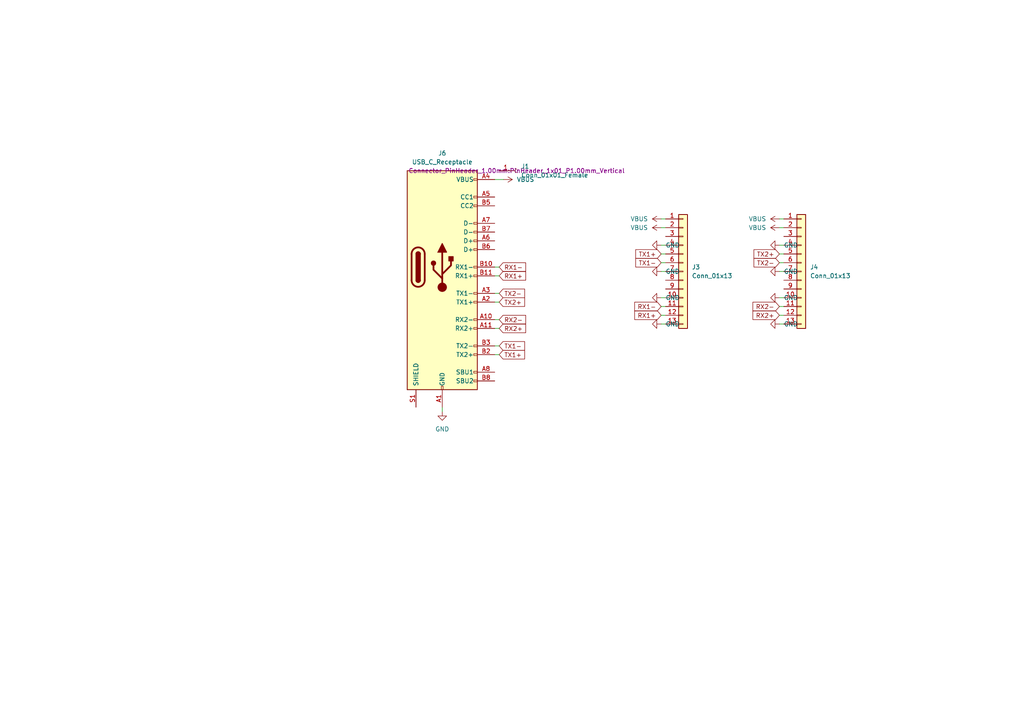
<source format=kicad_sch>
(kicad_sch (version 20211123) (generator eeschema)
  (paper "A4")
  (lib_symbols
    (symbol "Connector:Conn_01x01_Female" (pin_names (offset 1.016) hide)
      (property "Reference" "J" (at 0 2.54 0))
      (property "Value" "Conn_01x01_Female" (at 0 -2.54 0))
      (symbol "Conn_01x01_Female_1_1"
        (polyline (pts (xy -1.27 0) (xy -0.508 0)) (stroke (width 0.1524)))
        (arc (start 0 0.508) (mid -0.508 0) (end 0 -0.508) (stroke (width 0.1524)))
        (pin passive line (at -5.08 0 0) (length 3.81) (name "Pin_1") (number "1"))
      )
    )
    (symbol "Connector_Generic:Conn_01x13" (pin_names (offset 1.016) hide)
      (property "Reference" "J" (at 0 17.78 0))
      (property "Value" "Conn_01x13" (at 0 -17.78 0))
      (symbol "Conn_01x13_1_1"
        (rectangle (start -1.27 -15.113) (end 0 -15.367) (stroke (width 0.1524)))
        (rectangle (start -1.27 -12.573) (end 0 -12.827) (stroke (width 0.1524)))
        (rectangle (start -1.27 -10.033) (end 0 -10.287) (stroke (width 0.1524)))
        (rectangle (start -1.27 -7.493) (end 0 -7.747) (stroke (width 0.1524)))
        (rectangle (start -1.27 -4.953) (end 0 -5.207) (stroke (width 0.1524)))
        (rectangle (start -1.27 -2.413) (end 0 -2.667) (stroke (width 0.1524)))
        (rectangle (start -1.27 0.127) (end 0 -0.127) (stroke (width 0.1524)))
        (rectangle (start -1.27 2.667) (end 0 2.413) (stroke (width 0.1524)))
        (rectangle (start -1.27 5.207) (end 0 4.953) (stroke (width 0.1524)))
        (rectangle (start -1.27 7.747) (end 0 7.493) (stroke (width 0.1524)))
        (rectangle (start -1.27 10.287) (end 0 10.033) (stroke (width 0.1524)))
        (rectangle (start -1.27 12.827) (end 0 12.573) (stroke (width 0.1524)))
        (rectangle (start -1.27 15.367) (end 0 15.113) (stroke (width 0.1524)))
        (rectangle (start -1.27 16.51) (end 1.27 -16.51) (stroke (width 0.254)) (fill (type background)))
        (pin passive line (at -5.08 15.24 0) (length 3.81) (name "Pin_1") (number "1"))
        (pin passive line (at -5.08 -7.62 0) (length 3.81) (name "Pin_10") (number "10"))
        (pin passive line (at -5.08 -10.16 0) (length 3.81) (name "Pin_11") (number "11"))
        (pin passive line (at -5.08 -12.7 0) (length 3.81) (name "Pin_12") (number "12"))
        (pin passive line (at -5.08 -15.24 0) (length 3.81) (name "Pin_13") (number "13"))
        (pin passive line (at -5.08 12.7 0) (length 3.81) (name "Pin_2") (number "2"))
        (pin passive line (at -5.08 10.16 0) (length 3.81) (name "Pin_3") (number "3"))
        (pin passive line (at -5.08 7.62 0) (length 3.81) (name "Pin_4") (number "4"))
        (pin passive line (at -5.08 5.08 0) (length 3.81) (name "Pin_5") (number "5"))
        (pin passive line (at -5.08 2.54 0) (length 3.81) (name "Pin_6") (number "6"))
        (pin passive line (at -5.08 0 0) (length 3.81) (name "Pin_7") (number "7"))
        (pin passive line (at -5.08 -2.54 0) (length 3.81) (name "Pin_8") (number "8"))
        (pin passive line (at -5.08 -5.08 0) (length 3.81) (name "Pin_9") (number "9"))
      )
    )
    (symbol "TypeC_Bulgin_PCB:USB_C_Receptacle" (pin_names (offset 1.016))
      (property "Reference" "J" (at -10.16 29.21 0))
      (property "Value" "USB_C_Receptacle" (at 10.16 29.21 0))
      (symbol "USB_C_Receptacle_0_0"
        (rectangle (start -0.254 -35.56) (end 0.254 -34.544))
        (rectangle (start 10.16 -32.766) (end 9.144 -33.274))
        (rectangle (start 10.16 -30.226) (end 9.144 -30.734))
        (rectangle (start 10.16 -25.146) (end 9.144 -25.654))
        (rectangle (start 10.16 -22.606) (end 9.144 -23.114))
        (rectangle (start 10.16 -17.526) (end 9.144 -18.034))
        (rectangle (start 10.16 -14.986) (end 9.144 -15.494))
        (rectangle (start 10.16 -9.906) (end 9.144 -10.414))
        (rectangle (start 10.16 -7.366) (end 9.144 -7.874))
        (rectangle (start 10.16 -2.286) (end 9.144 -2.794))
        (rectangle (start 10.16 0.254) (end 9.144 -0.254))
        (rectangle (start 10.16 5.334) (end 9.144 4.826))
        (rectangle (start 10.16 7.874) (end 9.144 7.366))
        (rectangle (start 10.16 10.414) (end 9.144 9.906))
        (rectangle (start 10.16 12.954) (end 9.144 12.446))
        (rectangle (start 10.16 18.034) (end 9.144 17.526))
        (rectangle (start 10.16 20.574) (end 9.144 20.066))
        (rectangle (start 10.16 25.654) (end 9.144 25.146))
      )
      (symbol "USB_C_Receptacle_0_1"
        (rectangle (start -10.16 27.94) (end 10.16 -35.56) (stroke (width 0.254)) (fill (type background)))
        (arc (start -8.89 -3.81) (mid -6.985 -5.715) (end -5.08 -3.81) (stroke (width 0.508)))
        (arc (start -7.62 -3.81) (mid -6.985 -4.445) (end -6.35 -3.81) (stroke (width 0.254)))
        (arc (start -7.62 -3.81) (mid -6.985 -4.445) (end -6.35 -3.81) (stroke (width 0.254)) (fill (type outline)))
        (rectangle (start -7.62 -3.81) (end -6.35 3.81) (stroke (width 0.254)) (fill (type outline)))
        (arc (start -6.35 3.81) (mid -6.985 4.445) (end -7.62 3.81) (stroke (width 0.254)))
        (arc (start -6.35 3.81) (mid -6.985 4.445) (end -7.62 3.81) (stroke (width 0.254)) (fill (type outline)))
        (arc (start -5.08 3.81) (mid -6.985 5.715) (end -8.89 3.81) (stroke (width 0.508)))
        (polyline (pts (xy -8.89 -3.81) (xy -8.89 3.81)) (stroke (width 0.508)))
        (polyline (pts (xy -5.08 3.81) (xy -5.08 -3.81)) (stroke (width 0.508)))
      )
      (symbol "USB_C_Receptacle_1_1"
        (circle (center -2.54 1.143) (radius 0.635) (stroke (width 0.254)) (fill (type outline)))
        (circle (center 0 -5.842) (radius 1.27) (fill (type outline)))
        (polyline (pts (xy 0 -5.842) (xy 0 4.318)) (stroke (width 0.508)))
        (polyline (pts (xy 0 -3.302) (xy -2.54 -0.762) (xy -2.54 0.508)) (stroke (width 0.508)))
        (polyline (pts (xy 0 -2.032) (xy 2.54 0.508) (xy 2.54 1.778)) (stroke (width 0.508)))
        (polyline (pts (xy -1.27 4.318) (xy 0 6.858) (xy 1.27 4.318) (xy -1.27 4.318)) (stroke (width 0.254)) (fill (type outline)))
        (rectangle (start 1.905 1.778) (end 3.175 3.048) (stroke (width 0.254)) (fill (type outline)))
        (pin passive line (at 0 -40.64 90) (length 5.08) (name "GND") (number "A1"))
        (pin bidirectional line (at 15.24 -15.24 180) (length 5.08) (name "RX2-") (number "A10"))
        (pin bidirectional line (at 15.24 -17.78 180) (length 5.08) (name "RX2+") (number "A11"))
        (pin passive line (at 0 -40.64 90) (length 5.08) hide (name "GND") (number "A12"))
        (pin bidirectional line (at 15.24 -10.16 180) (length 5.08) (name "TX1+") (number "A2"))
        (pin bidirectional line (at 15.24 -7.62 180) (length 5.08) (name "TX1-") (number "A3"))
        (pin passive line (at 15.24 25.4 180) (length 5.08) (name "VBUS") (number "A4"))
        (pin bidirectional line (at 15.24 20.32 180) (length 5.08) (name "CC1") (number "A5"))
        (pin bidirectional line (at 15.24 7.62 180) (length 5.08) (name "D+") (number "A6"))
        (pin bidirectional line (at 15.24 12.7 180) (length 5.08) (name "D-") (number "A7"))
        (pin bidirectional line (at 15.24 -30.48 180) (length 5.08) (name "SBU1") (number "A8"))
        (pin passive line (at 15.24 25.4 180) (length 5.08) hide (name "VBUS") (number "A9"))
        (pin passive line (at 0 -40.64 90) (length 5.08) hide (name "GND") (number "B1"))
        (pin bidirectional line (at 15.24 0 180) (length 5.08) (name "RX1-") (number "B10"))
        (pin bidirectional line (at 15.24 -2.54 180) (length 5.08) (name "RX1+") (number "B11"))
        (pin passive line (at 0 -40.64 90) (length 5.08) hide (name "GND") (number "B12"))
        (pin bidirectional line (at 15.24 -25.4 180) (length 5.08) (name "TX2+") (number "B2"))
        (pin bidirectional line (at 15.24 -22.86 180) (length 5.08) (name "TX2-") (number "B3"))
        (pin passive line (at 15.24 25.4 180) (length 5.08) hide (name "VBUS") (number "B4"))
        (pin bidirectional line (at 15.24 17.78 180) (length 5.08) (name "CC2") (number "B5"))
        (pin bidirectional line (at 15.24 5.08 180) (length 5.08) (name "D+") (number "B6"))
        (pin bidirectional line (at 15.24 10.16 180) (length 5.08) (name "D-") (number "B7"))
        (pin bidirectional line (at 15.24 -33.02 180) (length 5.08) (name "SBU2") (number "B8"))
        (pin passive line (at 15.24 25.4 180) (length 5.08) hide (name "VBUS") (number "B9"))
        (pin passive line (at -7.62 -40.64 90) (length 5.08) (name "SHIELD") (number "S1"))
      )
    )
    (symbol "power:GND" (power) (pin_names (offset 0))
      (property "Value" "GND" (at 0 -3.81 0))
      (symbol "GND_0_1"
        (polyline (pts (xy 0 0) (xy 0 -1.27) (xy 1.27 -1.27) (xy 0 -2.54) (xy -1.27 -1.27) (xy 0 -1.27)))
      )
      (symbol "GND_1_1"
        (pin power_in line (at 0 0 270) (length 0) hide (name "GND") (number "1"))
      )
    )
    (symbol "power:VBUS" (power) (pin_names (offset 0))
      (property "Value" "VBUS" (at 0 3.81 0))
      (symbol "VBUS_0_1"
        (polyline (pts (xy -0.762 1.27) (xy 0 2.54)))
        (polyline (pts (xy 0 0) (xy 0 2.54)))
        (polyline (pts (xy 0 2.54) (xy 0.762 1.27)))
      )
      (symbol "VBUS_1_1"
        (pin power_in line (at 0 0 90) (length 0) hide (name "VBUS") (number "1"))
      )
    )
  )
  (wire (pts (xy 143.51 102.87) (xy 144.78 102.87)))
  (wire (pts (xy 191.77 93.98) (xy 193.04 93.98)))
  (wire (pts (xy 191.77 91.44) (xy 193.04 91.44)))
  (wire (pts (xy 226.06 66.04) (xy 227.33 66.04)))
  (wire (pts (xy 226.06 73.66) (xy 227.33 73.66)))
  (wire (pts (xy 143.51 80.01) (xy 144.78 80.01)))
  (wire (pts (xy 226.06 86.36) (xy 227.33 86.36)))
  (wire (pts (xy 191.77 71.12) (xy 193.04 71.12)))
  (wire (pts (xy 128.27 118.11) (xy 128.27 119.38)))
  (wire (pts (xy 191.77 63.5) (xy 193.04 63.5)))
  (wire (pts (xy 226.06 88.9) (xy 227.33 88.9)))
  (wire (pts (xy 143.51 77.47) (xy 144.78 77.47)))
  (wire (pts (xy 143.51 92.71) (xy 144.78 92.71)))
  (wire (pts (xy 226.06 78.74) (xy 227.33 78.74)))
  (wire (pts (xy 191.77 88.9) (xy 193.04 88.9)))
  (wire (pts (xy 226.06 76.2) (xy 227.33 76.2)))
  (wire (pts (xy 226.06 71.12) (xy 227.33 71.12)))
  (wire (pts (xy 226.06 91.44) (xy 227.33 91.44)))
  (wire (pts (xy 226.06 93.98) (xy 227.33 93.98)))
  (wire (pts (xy 191.77 73.66) (xy 193.04 73.66)))
  (wire (pts (xy 143.51 87.63) (xy 144.78 87.63)))
  (wire (pts (xy 143.51 100.33) (xy 144.78 100.33)))
  (wire (pts (xy 191.77 78.74) (xy 193.04 78.74)))
  (wire (pts (xy 191.77 66.04) (xy 193.04 66.04)))
  (wire (pts (xy 143.51 52.07) (xy 146.05 52.07)))
  (wire (pts (xy 191.77 76.2) (xy 193.04 76.2)))
  (wire (pts (xy 143.51 95.25) (xy 144.78 95.25)))
  (wire (pts (xy 226.06 63.5) (xy 227.33 63.5)))
  (wire (pts (xy 143.51 85.09) (xy 144.78 85.09)))
  (wire (pts (xy 191.77 86.36) (xy 193.04 86.36)))
  (global_label "RX1-" (shape input) (at 144.78 77.47 0) (property "Intersheet References" "${INTERSHEET_REFS}" (effects hide)))
  (global_label "TX1-" (shape input) (at 191.77 76.2 180) (property "Intersheet References" "${INTERSHEET_REFS}" (effects hide)))
  (global_label "RX1-" (shape input) (at 191.77 88.9 180) (property "Intersheet References" "${INTERSHEET_REFS}" (effects hide)))
  (global_label "TX2+" (shape input) (at 226.06 73.66 180) (property "Intersheet References" "${INTERSHEET_REFS}" (effects hide)))
  (global_label "TX1+" (shape input) (at 191.77 73.66 180) (property "Intersheet References" "${INTERSHEET_REFS}" (effects hide)))
  (global_label "RX2-" (shape input) (at 144.78 92.71 0) (property "Intersheet References" "${INTERSHEET_REFS}" (effects hide)))
  (global_label "RX2-" (shape input) (at 226.06 88.9 180) (property "Intersheet References" "${INTERSHEET_REFS}" (effects hide)))
  (global_label "TX2-" (shape input) (at 226.06 76.2 180) (property "Intersheet References" "${INTERSHEET_REFS}" (effects hide)))
  (global_label "TX2-" (shape input) (at 144.78 85.09 0) (property "Intersheet References" "${INTERSHEET_REFS}" (effects hide)))
  (global_label "RX2+" (shape input) (at 226.06 91.44 180) (property "Intersheet References" "${INTERSHEET_REFS}" (effects hide)))
  (global_label "TX1-" (shape input) (at 144.78 100.33 0) (property "Intersheet References" "${INTERSHEET_REFS}" (effects hide)))
  (global_label "RX1+" (shape input) (at 191.77 91.44 180) (property "Intersheet References" "${INTERSHEET_REFS}" (effects hide)))
  (global_label "TX2+" (shape input) (at 144.78 87.63 0) (property "Intersheet References" "${INTERSHEET_REFS}" (effects hide)))
  (global_label "RX1+" (shape input) (at 144.78 80.01 0) (property "Intersheet References" "${INTERSHEET_REFS}" (effects hide)))
  (global_label "RX2+" (shape input) (at 144.78 95.25 0) (property "Intersheet References" "${INTERSHEET_REFS}" (effects hide)))
  (global_label "TX1+" (shape input) (at 144.78 102.87 0) (property "Intersheet References" "${INTERSHEET_REFS}" (effects hide)))
  (symbol (lib_id "power:GND") (at 226.06 86.36 270) (unit 1)
    (property "Reference" "#PWR013" (effects hide))
    (property "Value" "GND" (at 227.33 86.3599 90) (effects (justify left)))
  )
  (symbol (lib_id "power:GND") (at 226.06 78.74 270) (unit 1)
    (property "Reference" "#PWR010" (effects hide))
    (property "Value" "GND" (at 227.33 78.7399 90) (effects (justify left)))
  )
  (symbol (lib_id "Connector_Generic:Conn_01x13") (at 198.12 78.74 0) (unit 1)
    (property "Reference" "J3" (at 200.66 77.4699 0) (effects (justify left)))
    (property "Value" "Conn_01x13" (at 200.66 80.0099 0) (effects (justify left)))
    (property "Footprint" "TypeC_Bulgin_PCB:ADT_13pin" (effects hide))
  )
  (symbol (lib_id "power:GND") (at 191.77 78.74 270) (unit 1)
    (property "Reference" "#PWR09" (effects hide))
    (property "Value" "GND" (at 193.04 78.7399 90) (effects (justify left)))
  )
  (symbol (lib_id "power:GND") (at 191.77 71.12 270) (unit 1)
    (property "Reference" "#PWR05" (effects hide))
    (property "Value" "GND" (at 193.04 71.1199 90) (effects (justify left)))
  )
  (symbol (lib_id "power:VBUS") (at 191.77 66.04 90) (unit 1)
    (property "Reference" "#PWR03" (effects hide))
    (property "Value" "VBUS" (at 187.96 66.0399 90) (effects (justify left)))
  )
  (symbol (lib_id "power:VBUS") (at 226.06 66.04 90) (unit 1)
    (property "Reference" "#PWR04" (effects hide))
    (property "Value" "VBUS" (at 222.25 66.0399 90) (effects (justify left)))
  )
  (symbol (lib_id "power:GND") (at 226.06 93.98 270) (unit 1)
    (property "Reference" "#PWR016" (effects hide))
    (property "Value" "GND" (at 227.33 93.9799 90) (effects (justify left)))
  )
  (symbol (lib_id "power:GND") (at 191.77 93.98 270) (unit 1)
    (property "Reference" "#PWR015" (effects hide))
    (property "Value" "GND" (at 193.04 93.9799 90) (effects (justify left)))
  )
  (symbol (lib_id "TypeC_Bulgin_PCB:USB_C_Receptacle") (at 128.27 77.47 0) (unit 1)
    (property "Reference" "J6" (at 128.27 44.45 0))
    (property "Value" "USB_C_Receptacle" (at 128.27 46.99 0))
    (property "Footprint" "Connector_USB:USB_C_Receptacle_JAE_DX07S024WJ3R400" (effects hide))
    (property "Datasheet" "https://www.usb.org/sites/default/files/documents/usb_type-c.zip" (effects hide))
  )
  (symbol (lib_id "power:VBUS") (at 191.77 63.5 90) (unit 1)
    (property "Reference" "#PWR01" (effects hide))
    (property "Value" "VBUS" (at 187.96 63.4999 90) (effects (justify left)))
  )
  (symbol (lib_id "power:VBUS") (at 226.06 63.5 90) (unit 1)
    (property "Reference" "#PWR02" (effects hide))
    (property "Value" "VBUS" (at 222.25 63.4999 90) (effects (justify left)))
  )
  (symbol (lib_id "power:GND") (at 128.27 119.38 0) (unit 1)
    (property "Reference" "#PWR019" (effects hide))
    (property "Value" "GND" (at 128.27 124.46 0))
  )
  (symbol (lib_id "power:VBUS") (at 146.05 52.07 270) (mirror x) (unit 1)
    (property "Reference" "#PWR0101" (effects hide))
    (property "Value" "VBUS" (at 149.86 52.0699 90) (effects (justify left)))
  )
  (symbol (lib_id "power:GND") (at 226.06 71.12 270) (unit 1)
    (property "Reference" "#PWR06" (effects hide))
    (property "Value" "GND" (at 227.33 71.1199 90) (effects (justify left)))
  )
  (symbol (lib_id "Connector:Conn_01x01_Female") (at 149.86 49.53 0) (unit 1)
    (property "Reference" "J1" (at 151.13 48.2599 0) (effects (justify left)))
    (property "Value" "Conn_01x01_Female" (at 151.13 50.7999 0) (effects (justify left)))
    (property "Footprint" "Connector_PinHeader_1.00mm:PinHeader_1x01_P1.00mm_Vertical" (at 149.86 49.53 0))
  )
  (symbol (lib_id "Connector_Generic:Conn_01x13") (at 232.41 78.74 0) (unit 1)
    (property "Reference" "J4" (at 234.95 77.4699 0) (effects (justify left)))
    (property "Value" "Conn_01x13" (at 234.95 80.0099 0) (effects (justify left)))
    (property "Footprint" "TypeC_Bulgin_PCB:ADT_13pin" (effects hide))
  )
  (symbol (lib_id "power:GND") (at 191.77 86.36 270) (unit 1)
    (property "Reference" "#PWR012" (effects hide))
    (property "Value" "GND" (at 193.04 86.3599 90) (effects (justify left)))
  )
)
</source>
